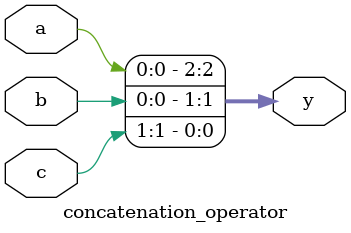
<source format=v>
`timescale 1ns / 1ps


module concatenation_operator(

  input  wire a,
  input  wire [1:0] b,
  input  wire [1:0] c,
  output wire [2:0] y
);
   assign y = {a, b[0], c[1]};
endmodule

</source>
